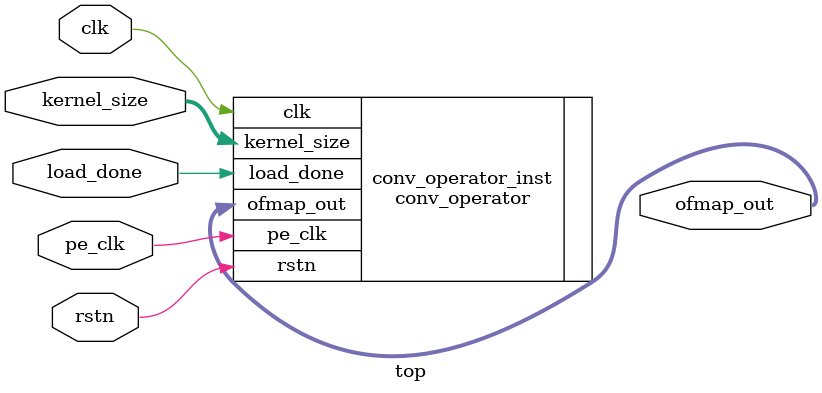
<source format=v>
/*
    
*/
// Dependencies: 
// 
// Revision:
// Revision 0.01 - File Created
// Additional Comments:
// 
//////////////////////////////////////////////////////////////////////////////////

module top#(
    parameter DATA_WIDTH = 16,
    parameter NUM_COL = 7,
    parameter NUM_ROW = 7,
    parameter BUFFER_SIZE = 512
)(
    input clk,
    input pe_clk,
    input rstn,
    input [7:0] kernel_size,
    input load_done,
    output [2*DATA_WIDTH-1:0] ofmap_out
);

    conv_operator#(
        .DATA_WIDTH(DATA_WIDTH),
        .NUM_COL(NUM_COL),
        .NUM_ROW(NUM_ROW),
        .BUFFER_SIZE(BUFFER_SIZE)
    ) conv_operator_inst(
        .clk(clk),
        .rstn(rstn),
        .pe_clk(pe_clk),
        .kernel_size(kernel_size),
        .ofmap_out(ofmap_out),
        .load_done(load_done)
    );

endmodule
</source>
